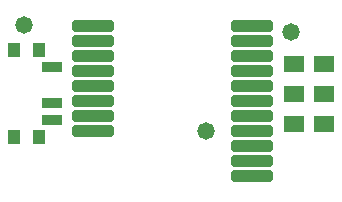
<source format=gts>
G04 Layer_Color=8388736*
%FSAX24Y24*%
%MOIN*%
G70*
G01*
G75*
%ADD20R,0.0680X0.0580*%
G04:AMPARAMS|DCode=21|XSize=140mil|YSize=40mil|CornerRadius=12mil|HoleSize=0mil|Usage=FLASHONLY|Rotation=0.000|XOffset=0mil|YOffset=0mil|HoleType=Round|Shape=RoundedRectangle|*
%AMROUNDEDRECTD21*
21,1,0.1400,0.0160,0,0,0.0*
21,1,0.1160,0.0400,0,0,0.0*
1,1,0.0240,0.0580,-0.0080*
1,1,0.0240,-0.0580,-0.0080*
1,1,0.0240,-0.0580,0.0080*
1,1,0.0240,0.0580,0.0080*
%
%ADD21ROUNDEDRECTD21*%
%ADD22R,0.0395X0.0474*%
%ADD23R,0.0671X0.0356*%
%ADD24C,0.0580*%
D20*
X046200Y029750D02*
D03*
Y030750D02*
D03*
Y031750D02*
D03*
X047200D02*
D03*
Y030750D02*
D03*
Y029750D02*
D03*
D21*
X039500Y033000D02*
D03*
Y032500D02*
D03*
Y032000D02*
D03*
Y030500D02*
D03*
Y031000D02*
D03*
Y031500D02*
D03*
Y030000D02*
D03*
Y029500D02*
D03*
X044800D02*
D03*
Y030000D02*
D03*
Y031500D02*
D03*
Y031000D02*
D03*
Y030500D02*
D03*
Y032000D02*
D03*
Y032500D02*
D03*
Y033000D02*
D03*
Y029000D02*
D03*
Y028500D02*
D03*
Y028000D02*
D03*
D22*
X036860Y032190D02*
D03*
X037700D02*
D03*
Y029310D02*
D03*
X036860D02*
D03*
D23*
X038140Y031630D02*
D03*
Y030450D02*
D03*
Y029870D02*
D03*
D24*
X037200Y033050D02*
D03*
X046100Y032800D02*
D03*
X043250Y029500D02*
D03*
M02*

</source>
